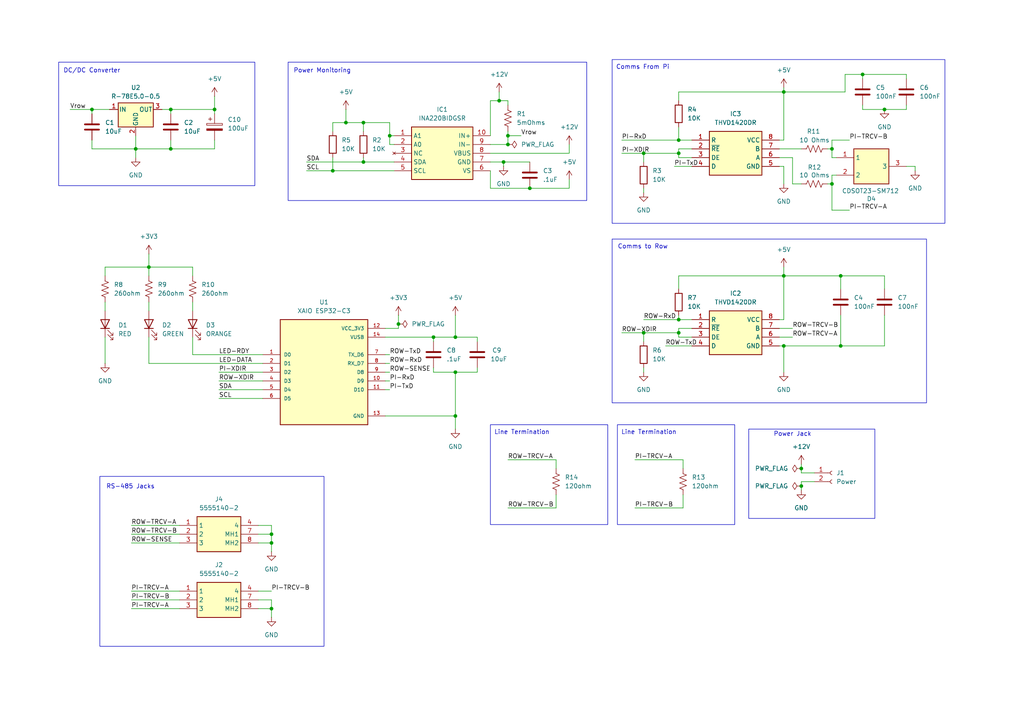
<source format=kicad_sch>
(kicad_sch (version 20250114) (generator "eeschema") (generator_version "9.0")
  (paper "A4")
  (lib_symbols
    (symbol "5555140-2:5555140-2"
      (property "Reference" "J" (at 19.05 7.62 0))
      (property "Value" "5555140-2" (at 19.05 5.08 0))
      (symbol "5555140-2_1_1"
        (rectangle (start 5.08 2.54) (end 17.78 -7.62) (stroke (width 0.254)) (fill (type background)))
        (pin passive line (at 0 0 0) (length 5.08) (name "1") (number "1"))
        (pin passive line (at 0 -2.54 0) (length 5.08) (name "2") (number "2"))
        (pin passive line (at 0 -5.08 0) (length 5.08) (name "3") (number "3"))
        (pin passive line (at 22.86 0 180) (length 5.08) (name "4") (number "4"))
        (pin passive line (at 22.86 -2.54 180) (length 5.08) (name "MH1") (number "7"))
        (pin passive line (at 22.86 -5.08 180) (length 5.08) (name "MH2") (number "8"))
      )
    )
    (symbol "Connector:Conn_01x02_Socket" (pin_names (offset 1.016) (hide yes))
      (property "Reference" "J" (at 0 2.54 0))
      (property "Value" "Conn_01x02_Socket" (at 0 -5.08 0))
      (symbol "Conn_01x02_Socket_1_1"
        (polyline (pts (xy -1.27 0) (xy -0.508 0)) (stroke (width 0.1524)))
        (polyline (pts (xy -1.27 -2.54) (xy -0.508 -2.54)) (stroke (width 0.1524)))
        (arc (start 0 -0.508) (mid -0.5058 0) (end 0 0.508) (stroke (width 0.1524)))
        (arc (start 0 -3.048) (mid -0.5058 -2.54) (end 0 -2.032) (stroke (width 0.1524)))
        (pin passive line (at -5.08 0 0) (length 3.81) (name "Pin_1") (number "1"))
        (pin passive line (at -5.08 -2.54 0) (length 3.81) (name "Pin_2") (number "2"))
      )
    )
    (symbol "Device:C" (pin_numbers (hide yes)) (pin_names (offset 0.254))
      (property "Reference" "C" (at 0.635 2.54 0))
      (property "Value" "C" (at 0.635 -2.54 0))
      (symbol "C_0_1"
        (polyline (pts (xy -2.032 0.762) (xy 2.032 0.762)) (stroke (width 0.508)))
        (polyline (pts (xy -2.032 -0.762) (xy 2.032 -0.762)) (stroke (width 0.508)))
      )
      (symbol "C_1_1"
        (pin passive line (at 0 3.81 270) (length 2.794) (name "~") (number "1"))
        (pin passive line (at 0 -3.81 90) (length 2.794) (name "~") (number "2"))
      )
    )
    (symbol "Device:C_Polarized" (pin_numbers (hide yes)) (pin_names (offset 0.254))
      (property "Reference" "C" (at 0.635 2.54 0))
      (property "Value" "C_Polarized" (at 0.635 -2.54 0))
      (symbol "C_Polarized_0_1"
        (rectangle (start -2.286 0.508) (end 2.286 1.016))
        (polyline (pts (xy -1.778 2.286) (xy -0.762 2.286)))
        (polyline (pts (xy -1.27 2.794) (xy -1.27 1.778)))
        (rectangle (start 2.286 -0.508) (end -2.286 -1.016) (fill (type outline)))
      )
      (symbol "C_Polarized_1_1"
        (pin passive line (at 0 3.81 270) (length 2.794) (name "~") (number "1"))
        (pin passive line (at 0 -3.81 90) (length 2.794) (name "~") (number "2"))
      )
    )
    (symbol "Device:LED" (pin_numbers (hide yes)) (pin_names (offset 1.016) (hide yes))
      (property "Reference" "D" (at 0 2.54 0))
      (property "Value" "LED" (at 0 -2.54 0))
      (symbol "LED_0_1"
        (polyline (pts (xy -3.048 -0.762) (xy -4.572 -2.286) (xy -3.81 -2.286) (xy -4.572 -2.286) (xy -4.572 -1.524)))
        (polyline (pts (xy -1.778 -0.762) (xy -3.302 -2.286) (xy -2.54 -2.286) (xy -3.302 -2.286) (xy -3.302 -1.524)))
        (polyline (pts (xy -1.27 0) (xy 1.27 0)))
        (polyline (pts (xy -1.27 -1.27) (xy -1.27 1.27)) (stroke (width 0.254)))
        (polyline (pts (xy 1.27 -1.27) (xy 1.27 1.27) (xy -1.27 0) (xy 1.27 -1.27)) (stroke (width 0.254)))
      )
      (symbol "LED_1_1"
        (pin passive line (at -3.81 0 0) (length 2.54) (name "K") (number "1"))
        (pin passive line (at 3.81 0 180) (length 2.54) (name "A") (number "2"))
      )
    )
    (symbol "Device:R" (pin_numbers (hide yes)) (pin_names (offset 0))
      (property "Reference" "R" (at 2.032 0 90))
      (property "Value" "R" (at 0 0 90))
      (symbol "R_0_1"
        (rectangle (start -1.016 -2.54) (end 1.016 2.54) (stroke (width 0.254)))
      )
      (symbol "R_1_1"
        (pin passive line (at 0 3.81 270) (length 1.27) (name "~") (number "1"))
        (pin passive line (at 0 -3.81 90) (length 1.27) (name "~") (number "2"))
      )
    )
    (symbol "Device:R_US" (pin_numbers (hide yes)) (pin_names (offset 0))
      (property "Reference" "R" (at 2.54 0 90))
      (property "Value" "R_US" (at -2.54 0 90))
      (symbol "R_US_0_1"
        (polyline (pts (xy 0 2.286) (xy 0 2.54)))
        (polyline (pts (xy 0 2.286) (xy 1.016 1.905) (xy 0 1.524) (xy -1.016 1.143) (xy 0 0.762)))
        (polyline (pts (xy 0 0.762) (xy 1.016 0.381) (xy 0 0) (xy -1.016 -0.381) (xy 0 -0.762)))
        (polyline (pts (xy 0 -0.762) (xy 1.016 -1.143) (xy 0 -1.524) (xy -1.016 -1.905) (xy 0 -2.286)))
        (polyline (pts (xy 0 -2.286) (xy 0 -2.54)))
      )
      (symbol "R_US_1_1"
        (pin passive line (at 0 3.81 270) (length 1.27) (name "~") (number "1"))
        (pin passive line (at 0 -3.81 90) (length 1.27) (name "~") (number "2"))
      )
    )
    (symbol "Garth Libraries:CDSOT23-SM712"
      (property "Reference" "D" (at 16.51 7.62 0))
      (property "Value" "CDSOT23-SM712" (at 16.51 5.08 0))
      (symbol "CDSOT23-SM712_1_1"
        (rectangle (start 5.08 2.54) (end 15.24 -7.62) (stroke (width 0.254)) (fill (type background)))
        (pin passive line (at 0 0 0) (length 5.08) (name "1") (number "1"))
        (pin passive line (at 0 -5.08 0) (length 5.08) (name "2") (number "2"))
        (pin passive line (at 20.32 -2.54 180) (length 5.08) (name "3") (number "3"))
      )
    )
    (symbol "Garth Libraries:ESP32-C3" (pin_names (offset 1.016))
      (property "Reference" "U" (at -12.7 16.002 0))
      (property "Value" "XAIO ESP32-C3" (at -12.7 -17.78 0))
      (symbol "ESP32-C3_0_0"
        (rectangle (start -12.7 -15.24) (end 12.7 15.24) (stroke (width 0.254)) (fill (type background)))
        (pin bidirectional line (at -17.78 5.08 0) (length 5.08) (name "D0") (number "1"))
        (pin bidirectional line (at -17.78 2.54 0) (length 5.08) (name "D1") (number "2"))
        (pin bidirectional line (at -17.78 0 0) (length 5.08) (name "D2") (number "3"))
        (pin bidirectional line (at -17.78 -2.54 0) (length 5.08) (name "D3") (number "4"))
        (pin bidirectional line (at -17.78 -5.08 0) (length 5.08) (name "D4") (number "5"))
        (pin bidirectional line (at -17.78 -7.62 0) (length 5.08) (name "D5") (number "6"))
        (pin power_in line (at 17.78 12.7 180) (length 5.08) (name "VCC_3V3") (number "12"))
        (pin power_in line (at 17.78 10.16 180) (length 5.08) (name "VUSB") (number "14"))
        (pin bidirectional line (at 17.78 5.08 180) (length 5.08) (name "TX_D6") (number "7"))
        (pin bidirectional line (at 17.78 2.54 180) (length 5.08) (name "RX_D7") (number "8"))
        (pin bidirectional line (at 17.78 0 180) (length 5.08) (name "D8") (number "9"))
        (pin bidirectional line (at 17.78 -2.54 180) (length 5.08) (name "D9") (number "10"))
        (pin bidirectional line (at 17.78 -5.08 180) (length 5.08) (name "D10") (number "11"))
        (pin power_in line (at 17.78 -12.7 180) (length 5.08) (name "GND") (number "13"))
      )
    )
    (symbol "INA220BIDGSR:INA220BIDGSR"
      (property "Reference" "IC" (at 24.13 7.62 0))
      (property "Value" "INA220BIDGSR" (at 24.13 5.08 0))
      (symbol "INA220BIDGSR_1_1"
        (rectangle (start 5.08 2.54) (end 22.86 -12.7) (stroke (width 0.254)) (fill (type background)))
        (pin passive line (at 0 0 0) (length 5.08) (name "A1") (number "1"))
        (pin passive line (at 0 -2.54 0) (length 5.08) (name "A0") (number "2"))
        (pin no_connect line (at 0 -5.08 0) (length 5.08) (name "NC") (number "3"))
        (pin passive line (at 0 -7.62 0) (length 5.08) (name "SDA") (number "4"))
        (pin passive line (at 0 -10.16 0) (length 5.08) (name "SCL") (number "5"))
        (pin passive line (at 27.94 0 180) (length 5.08) (name "IN+") (number "10"))
        (pin passive line (at 27.94 -2.54 180) (length 5.08) (name "IN-") (number "9"))
        (pin passive line (at 27.94 -5.08 180) (length 5.08) (name "VBUS") (number "8"))
        (pin passive line (at 27.94 -7.62 180) (length 5.08) (name "GND") (number "7"))
        (pin passive line (at 27.94 -10.16 180) (length 5.08) (name "VS") (number "6"))
      )
    )
    (symbol "Regulator_Switching:R-78E5.0-0.5" (pin_names (offset 0.254))
      (property "Reference" "U" (at -3.81 3.175 0))
      (property "Value" "R-78E5.0-0.5" (at 0 3.175 0))
      (symbol "R-78E5.0-0.5_0_1"
        (rectangle (start -5.08 1.905) (end 5.08 -5.08) (stroke (width 0.254)) (fill (type background)))
      )
      (symbol "R-78E5.0-0.5_1_1"
        (pin power_in line (at -7.62 0 0) (length 2.54) (name "IN") (number "1"))
        (pin power_in line (at 0 -7.62 90) (length 2.54) (name "GND") (number "2"))
        (pin power_out line (at 7.62 0 180) (length 2.54) (name "OUT") (number "3"))
      )
    )
    (symbol "THVD1420DR:THVD1420DR"
      (property "Reference" "IC" (at 21.59 7.62 0))
      (property "Value" "THVD1420DR" (at 21.59 5.08 0))
      (symbol "THVD1420DR_1_1"
        (rectangle (start 5.08 2.54) (end 20.32 -10.16) (stroke (width 0.254)) (fill (type background)))
        (pin passive line (at 0 0 0) (length 5.08) (name "R") (number "1"))
        (pin passive line (at 0 -2.54 0) (length 5.08) (name "~{RE}") (number "2"))
        (pin passive line (at 0 -5.08 0) (length 5.08) (name "DE") (number "3"))
        (pin passive line (at 0 -7.62 0) (length 5.08) (name "D") (number "4"))
        (pin passive line (at 25.4 0 180) (length 5.08) (name "VCC") (number "8"))
        (pin passive line (at 25.4 -2.54 180) (length 5.08) (name "B") (number "7"))
        (pin passive line (at 25.4 -5.08 180) (length 5.08) (name "A") (number "6"))
        (pin passive line (at 25.4 -7.62 180) (length 5.08) (name "GND") (number "5"))
      )
    )
    (symbol "power:+12V" (power) (pin_numbers (hide yes)) (pin_names (offset 0) (hide yes))
      (property "Value" "+12V" (at 0 3.556 0))
      (symbol "+12V_0_1"
        (polyline (pts (xy -0.762 1.27) (xy 0 2.54)))
        (polyline (pts (xy 0 2.54) (xy 0.762 1.27)))
        (polyline (pts (xy 0 0) (xy 0 2.54)))
      )
      (symbol "+12V_1_1"
        (pin power_in line (at 0 0 90) (length 0) (name "~") (number "1"))
      )
    )
    (symbol "power:+3V3" (power) (pin_numbers (hide yes)) (pin_names (offset 0) (hide yes))
      (property "Value" "+3V3" (at 0 3.556 0))
      (symbol "+3V3_0_1"
        (polyline (pts (xy -0.762 1.27) (xy 0 2.54)))
        (polyline (pts (xy 0 2.54) (xy 0.762 1.27)))
        (polyline (pts (xy 0 0) (xy 0 2.54)))
      )
      (symbol "+3V3_1_1"
        (pin power_in line (at 0 0 90) (length 0) (name "~") (number "1"))
      )
    )
    (symbol "power:+5V" (power) (pin_numbers (hide yes)) (pin_names (offset 0) (hide yes))
      (property "Value" "+5V" (at 0 3.556 0))
      (symbol "+5V_0_1"
        (polyline (pts (xy -0.762 1.27) (xy 0 2.54)))
        (polyline (pts (xy 0 2.54) (xy 0.762 1.27)))
        (polyline (pts (xy 0 0) (xy 0 2.54)))
      )
      (symbol "+5V_1_1"
        (pin power_in line (at 0 0 90) (length 0) (name "~") (number "1"))
      )
    )
    (symbol "power:GND" (power) (pin_numbers (hide yes)) (pin_names (offset 0) (hide yes))
      (property "Value" "GND" (at 0 -3.81 0))
      (symbol "GND_0_1"
        (polyline (pts (xy 0 0) (xy 0 -1.27) (xy 1.27 -1.27) (xy 0 -2.54) (xy -1.27 -1.27) (xy 0 -1.27)))
      )
      (symbol "GND_1_1"
        (pin power_in line (at 0 0 270) (length 0) (name "~") (number "1"))
      )
    )
    (symbol "power:PWR_FLAG" (power) (pin_numbers (hide yes)) (pin_names (offset 0) (hide yes))
      (property "Value" "PWR_FLAG" (at 0 3.81 0))
      (symbol "PWR_FLAG_0_0"
        (pin power_out line (at 0 0 90) (length 0) (name "~") (number "1"))
      )
      (symbol "PWR_FLAG_0_1"
        (polyline (pts (xy 0 0) (xy 0 1.27) (xy -1.016 1.905) (xy 0 2.54) (xy 1.016 1.905) (xy 0 1.27)))
      )
    )
  )
  (rectangle (start 217.17 124.46) (end 253.746 150.368))
  (rectangle (start 142.24 123.19) (end 176.276 152.146))
  (rectangle (start 83.566 18.034) (end 170.18 58.166))
  (rectangle (start 177.546 69.342) (end 268.732 116.84))
  (rectangle (start 28.956 138.176) (end 93.98 187.452))
  (rectangle (start 17.018 18.034) (end 73.914 53.848))
  (rectangle (start 179.07 123.19) (end 213.106 152.146))
  (rectangle (start 177.546 17.272) (end 274.066 64.77))
  (text "Power Monitoring" (at 93.472 20.574 0) (effects (font (size 1.27 1.27))))
  (text "Line Termination" (at 151.384 125.476 0) (effects (font (size 1.27 1.27))))
  (text "Power Jack" (at 229.87 125.984 0) (effects (font (size 1.27 1.27))))
  (text "Comms to Row" (at 186.436 71.628 0) (effects (font (size 1.27 1.27))))
  (text "Comms From Pi" (at 186.436 19.558 0) (effects (font (size 1.27 1.27))))
  (text "DC/DC Converter" (at 26.67 20.574 0) (effects (font (size 1.27 1.27))))
  (text "RS-485 Jacks" (at 37.846 141.224 0) (effects (font (size 1.27 1.27))))
  (text "Line Termination" (at 188.214 125.476 0) (effects (font (size 1.27 1.27))))
  (junction (at 196.85 92.71))
  (junction (at 241.3 53.34))
  (junction (at 105.41 35.56))
  (junction (at 227.33 100.33))
  (junction (at 144.78 29.21))
  (junction (at 115.57 93.98))
  (junction (at 43.18 77.47))
  (junction (at 232.41 135.89))
  (junction (at 196.85 44.45))
  (junction (at 78.74 157.48))
  (junction (at 62.23 31.75))
  (junction (at 153.67 54.61))
  (junction (at 49.53 31.75))
  (junction (at 227.33 80.01))
  (junction (at 196.85 40.64))
  (junction (at 147.32 39.37))
  (junction (at 96.52 49.53))
  (junction (at 132.08 97.79))
  (junction (at 250.19 21.59))
  (junction (at 100.33 35.56))
  (junction (at 243.84 100.33))
  (junction (at 241.3 43.18))
  (junction (at 147.32 41.91))
  (junction (at 39.37 43.18))
  (junction (at 232.41 140.97))
  (junction (at 78.74 176.53))
  (junction (at 125.73 97.79))
  (junction (at 132.08 120.65))
  (junction (at 186.69 96.52))
  (junction (at 49.53 43.18))
  (junction (at 227.33 26.67))
  (junction (at 78.74 154.94))
  (junction (at 243.84 80.01))
  (junction (at 113.03 39.37))
  (junction (at 256.54 31.75))
  (junction (at 105.41 46.99))
  (junction (at 186.69 44.45))
  (junction (at 132.08 107.95))
  (junction (at 146.05 46.99))
  (junction (at 196.85 96.52))
  (junction (at 26.67 31.75))
  (wire (pts (xy 196.85 80.01) (xy 227.33 80.01)))
  (wire (pts (xy 74.93 176.53) (xy 78.74 176.53)))
  (wire (pts (xy 114.3 41.91) (xy 113.03 41.91)))
  (wire (pts (xy 63.5 107.95) (xy 76.2 107.95)))
  (wire (pts (xy 62.23 43.18) (xy 49.53 43.18)))
  (wire (pts (xy 180.34 44.45) (xy 186.69 44.45)))
  (wire (pts (xy 74.93 173.99) (xy 78.74 173.99)))
  (wire (pts (xy 147.32 39.37) (xy 147.32 38.1)))
  (wire (pts (xy 227.33 48.26) (xy 226.06 48.26)))
  (wire (pts (xy 113.03 35.56) (xy 105.41 35.56)))
  (wire (pts (xy 96.52 38.1) (xy 96.52 35.56)))
  (wire (pts (xy 229.87 53.34) (xy 232.41 53.34)))
  (wire (pts (xy 125.73 107.95) (xy 132.08 107.95)))
  (wire (pts (xy 193.04 100.33) (xy 200.66 100.33)))
  (wire (pts (xy 184.15 133.35) (xy 198.12 133.35)))
  (wire (pts (xy 226.06 45.72) (xy 229.87 45.72)))
  (wire (pts (xy 142.24 29.21) (xy 144.78 29.21)))
  (wire (pts (xy 232.41 139.7) (xy 232.41 140.97)))
  (wire (pts (xy 147.32 29.21) (xy 147.32 30.48)))
  (wire (pts (xy 113.03 41.91) (xy 113.03 39.37)))
  (wire (pts (xy 250.19 30.48) (xy 250.19 31.75)))
  (wire (pts (xy 165.1 41.91) (xy 165.1 44.45)))
  (wire (pts (xy 111.76 107.95) (xy 113.03 107.95)))
  (wire (pts (xy 55.88 77.47) (xy 55.88 80.01)))
  (wire (pts (xy 227.33 26.67) (xy 245.11 26.67)))
  (wire (pts (xy 144.78 29.21) (xy 147.32 29.21)))
  (wire (pts (xy 38.1 157.48) (xy 52.07 157.48)))
  (wire (pts (xy 138.43 107.95) (xy 138.43 106.68)))
  (wire (pts (xy 262.89 48.26) (xy 265.43 48.26)))
  (wire (pts (xy 227.33 77.47) (xy 227.33 80.01)))
  (wire (pts (xy 186.69 44.45) (xy 196.85 44.45)))
  (wire (pts (xy 256.54 80.01) (xy 243.84 80.01)))
  (wire (pts (xy 132.08 107.95) (xy 132.08 120.65)))
  (wire (pts (xy 186.69 96.52) (xy 186.69 99.06)))
  (wire (pts (xy 111.76 110.49) (xy 113.03 110.49)))
  (wire (pts (xy 236.22 139.7) (xy 232.41 139.7)))
  (wire (pts (xy 111.76 97.79) (xy 125.73 97.79)))
  (wire (pts (xy 115.57 95.25) (xy 115.57 93.98)))
  (wire (pts (xy 142.24 49.53) (xy 142.24 54.61)))
  (wire (pts (xy 262.89 22.86) (xy 262.89 21.59)))
  (wire (pts (xy 227.33 80.01) (xy 243.84 80.01)))
  (wire (pts (xy 74.93 152.4) (xy 78.74 152.4)))
  (wire (pts (xy 236.22 137.16) (xy 232.41 137.16)))
  (wire (pts (xy 74.93 154.94) (xy 78.74 154.94)))
  (wire (pts (xy 146.05 46.99) (xy 153.67 46.99)))
  (wire (pts (xy 186.69 106.68) (xy 186.69 107.95)))
  (wire (pts (xy 55.88 97.79) (xy 55.88 102.87)))
  (wire (pts (xy 43.18 87.63) (xy 43.18 90.17)))
  (wire (pts (xy 147.32 41.91) (xy 147.32 39.37)))
  (wire (pts (xy 49.53 31.75) (xy 62.23 31.75)))
  (wire (pts (xy 125.73 97.79) (xy 132.08 97.79)))
  (wire (pts (xy 31.75 31.75) (xy 26.67 31.75)))
  (wire (pts (xy 250.19 21.59) (xy 250.19 22.86)))
  (wire (pts (xy 26.67 31.75) (xy 26.67 33.02)))
  (wire (pts (xy 111.76 95.25) (xy 115.57 95.25)))
  (wire (pts (xy 241.3 53.34) (xy 241.3 60.96)))
  (wire (pts (xy 63.5 110.49) (xy 76.2 110.49)))
  (wire (pts (xy 256.54 91.44) (xy 256.54 100.33)))
  (wire (pts (xy 142.24 44.45) (xy 165.1 44.45)))
  (wire (pts (xy 195.58 48.26) (xy 200.66 48.26)))
  (wire (pts (xy 132.08 91.44) (xy 132.08 97.79)))
  (wire (pts (xy 39.37 39.37) (xy 39.37 43.18)))
  (wire (pts (xy 227.33 100.33) (xy 226.06 100.33)))
  (wire (pts (xy 30.48 87.63) (xy 30.48 90.17)))
  (wire (pts (xy 43.18 105.41) (xy 76.2 105.41)))
  (wire (pts (xy 63.5 115.57) (xy 76.2 115.57)))
  (wire (pts (xy 96.52 45.72) (xy 96.52 49.53)))
  (wire (pts (xy 74.93 171.45) (xy 78.74 171.45)))
  (wire (pts (xy 184.15 147.32) (xy 198.12 147.32)))
  (wire (pts (xy 241.3 43.18) (xy 241.3 45.72)))
  (wire (pts (xy 105.41 35.56) (xy 105.41 38.1)))
  (wire (pts (xy 256.54 83.82) (xy 256.54 80.01)))
  (wire (pts (xy 88.9 49.53) (xy 96.52 49.53)))
  (wire (pts (xy 198.12 143.51) (xy 198.12 147.32)))
  (wire (pts (xy 26.67 40.64) (xy 26.67 43.18)))
  (wire (pts (xy 74.93 157.48) (xy 78.74 157.48)))
  (wire (pts (xy 232.41 135.89) (xy 232.41 137.16)))
  (wire (pts (xy 186.69 44.45) (xy 186.69 46.99)))
  (wire (pts (xy 196.85 83.82) (xy 196.85 80.01)))
  (wire (pts (xy 113.03 39.37) (xy 113.03 35.56)))
  (wire (pts (xy 100.33 31.75) (xy 100.33 35.56)))
  (wire (pts (xy 78.74 176.53) (xy 78.74 179.07)))
  (wire (pts (xy 227.33 40.64) (xy 226.06 40.64)))
  (wire (pts (xy 227.33 100.33) (xy 227.33 107.95)))
  (wire (pts (xy 196.85 36.83) (xy 196.85 40.64)))
  (wire (pts (xy 38.1 173.99) (xy 52.07 173.99)))
  (wire (pts (xy 227.33 26.67) (xy 227.33 40.64)))
  (wire (pts (xy 226.06 95.25) (xy 229.87 95.25)))
  (wire (pts (xy 115.57 93.98) (xy 115.57 91.44)))
  (wire (pts (xy 200.66 43.18) (xy 196.85 43.18)))
  (wire (pts (xy 241.3 45.72) (xy 242.57 45.72)))
  (wire (pts (xy 78.74 154.94) (xy 78.74 157.48)))
  (wire (pts (xy 147.32 133.35) (xy 161.29 133.35)))
  (wire (pts (xy 186.69 54.61) (xy 186.69 55.88)))
  (wire (pts (xy 111.76 113.03) (xy 113.03 113.03)))
  (wire (pts (xy 241.3 53.34) (xy 241.3 50.8)))
  (wire (pts (xy 62.23 33.02) (xy 62.23 31.75)))
  (wire (pts (xy 142.24 46.99) (xy 146.05 46.99)))
  (wire (pts (xy 256.54 100.33) (xy 243.84 100.33)))
  (wire (pts (xy 226.06 97.79) (xy 229.87 97.79)))
  (wire (pts (xy 232.41 134.62) (xy 232.41 135.89)))
  (wire (pts (xy 78.74 173.99) (xy 78.74 176.53)))
  (wire (pts (xy 132.08 107.95) (xy 138.43 107.95)))
  (wire (pts (xy 196.85 91.44) (xy 196.85 92.71)))
  (wire (pts (xy 96.52 35.56) (xy 100.33 35.56)))
  (wire (pts (xy 229.87 45.72) (xy 229.87 53.34)))
  (wire (pts (xy 227.33 48.26) (xy 227.33 53.34)))
  (wire (pts (xy 30.48 97.79) (xy 30.48 105.41)))
  (wire (pts (xy 196.85 43.18) (xy 196.85 44.45)))
  (wire (pts (xy 49.53 31.75) (xy 49.53 33.02)))
  (wire (pts (xy 55.88 102.87) (xy 76.2 102.87)))
  (wire (pts (xy 241.3 40.64) (xy 246.38 40.64)))
  (wire (pts (xy 105.41 45.72) (xy 105.41 46.99)))
  (wire (pts (xy 62.23 27.94) (xy 62.23 31.75)))
  (wire (pts (xy 232.41 140.97) (xy 232.41 142.24)))
  (wire (pts (xy 196.85 44.45) (xy 196.85 45.72)))
  (wire (pts (xy 144.78 26.67) (xy 144.78 29.21)))
  (wire (pts (xy 226.06 43.18) (xy 232.41 43.18)))
  (wire (pts (xy 138.43 97.79) (xy 138.43 99.06)))
  (wire (pts (xy 125.73 97.79) (xy 125.73 99.06)))
  (wire (pts (xy 146.05 46.99) (xy 146.05 48.26)))
  (wire (pts (xy 46.99 31.75) (xy 49.53 31.75)))
  (wire (pts (xy 147.32 39.37) (xy 151.13 39.37)))
  (wire (pts (xy 132.08 120.65) (xy 132.08 124.46)))
  (wire (pts (xy 196.85 97.79) (xy 200.66 97.79)))
  (wire (pts (xy 142.24 54.61) (xy 153.67 54.61)))
  (wire (pts (xy 142.24 41.91) (xy 147.32 41.91)))
  (wire (pts (xy 43.18 73.66) (xy 43.18 77.47)))
  (wire (pts (xy 105.41 46.99) (xy 114.3 46.99)))
  (wire (pts (xy 245.11 21.59) (xy 245.11 26.67)))
  (wire (pts (xy 78.74 157.48) (xy 78.74 160.02)))
  (wire (pts (xy 132.08 97.79) (xy 138.43 97.79)))
  (wire (pts (xy 200.66 95.25) (xy 196.85 95.25)))
  (wire (pts (xy 180.34 96.52) (xy 186.69 96.52)))
  (wire (pts (xy 186.69 96.52) (xy 196.85 96.52)))
  (wire (pts (xy 241.3 43.18) (xy 241.3 40.64)))
  (wire (pts (xy 243.84 100.33) (xy 227.33 100.33)))
  (wire (pts (xy 38.1 152.4) (xy 52.07 152.4)))
  (wire (pts (xy 196.85 92.71) (xy 200.66 92.71)))
  (wire (pts (xy 142.24 39.37) (xy 142.24 29.21)))
  (wire (pts (xy 196.85 29.21) (xy 196.85 26.67)))
  (wire (pts (xy 30.48 80.01) (xy 30.48 77.47)))
  (wire (pts (xy 250.19 21.59) (xy 262.89 21.59)))
  (wire (pts (xy 63.5 113.03) (xy 76.2 113.03)))
  (wire (pts (xy 180.34 40.64) (xy 196.85 40.64)))
  (wire (pts (xy 43.18 77.47) (xy 55.88 77.47)))
  (wire (pts (xy 38.1 154.94) (xy 52.07 154.94)))
  (wire (pts (xy 227.33 80.01) (xy 227.33 92.71)))
  (wire (pts (xy 20.32 31.75) (xy 26.67 31.75)))
  (wire (pts (xy 240.03 53.34) (xy 241.3 53.34)))
  (wire (pts (xy 100.33 35.56) (xy 105.41 35.56)))
  (wire (pts (xy 245.11 21.59) (xy 250.19 21.59)))
  (wire (pts (xy 88.9 46.99) (xy 105.41 46.99)))
  (wire (pts (xy 161.29 143.51) (xy 161.29 147.32)))
  (wire (pts (xy 262.89 31.75) (xy 256.54 31.75)))
  (wire (pts (xy 78.74 152.4) (xy 78.74 154.94)))
  (wire (pts (xy 30.48 77.47) (xy 43.18 77.47)))
  (wire (pts (xy 240.03 43.18) (xy 241.3 43.18)))
  (wire (pts (xy 62.23 40.64) (xy 62.23 43.18)))
  (wire (pts (xy 161.29 135.89) (xy 161.29 133.35)))
  (wire (pts (xy 55.88 87.63) (xy 55.88 90.17)))
  (wire (pts (xy 113.03 39.37) (xy 114.3 39.37)))
  (wire (pts (xy 49.53 40.64) (xy 49.53 43.18)))
  (wire (pts (xy 186.69 92.71) (xy 196.85 92.71)))
  (wire (pts (xy 125.73 106.68) (xy 125.73 107.95)))
  (wire (pts (xy 227.33 92.71) (xy 226.06 92.71)))
  (wire (pts (xy 39.37 43.18) (xy 39.37 45.72)))
  (wire (pts (xy 111.76 120.65) (xy 132.08 120.65)))
  (wire (pts (xy 241.3 50.8) (xy 242.57 50.8)))
  (wire (pts (xy 198.12 135.89) (xy 198.12 133.35)))
  (wire (pts (xy 26.67 43.18) (xy 39.37 43.18)))
  (wire (pts (xy 196.85 26.67) (xy 227.33 26.67)))
  (wire (pts (xy 147.32 147.32) (xy 161.29 147.32)))
  (wire (pts (xy 43.18 97.79) (xy 43.18 105.41)))
  (wire (pts (xy 39.37 43.18) (xy 49.53 43.18)))
  (wire (pts (xy 241.3 60.96) (xy 246.38 60.96)))
  (wire (pts (xy 262.89 30.48) (xy 262.89 31.75)))
  (wire (pts (xy 38.1 176.53) (xy 52.07 176.53)))
  (wire (pts (xy 243.84 91.44) (xy 243.84 100.33)))
  (wire (pts (xy 196.85 45.72) (xy 200.66 45.72)))
  (wire (pts (xy 111.76 102.87) (xy 113.03 102.87)))
  (wire (pts (xy 165.1 54.61) (xy 153.67 54.61)))
  (wire (pts (xy 96.52 49.53) (xy 114.3 49.53)))
  (wire (pts (xy 265.43 48.26) (xy 265.43 49.53)))
  (wire (pts (xy 38.1 171.45) (xy 52.07 171.45)))
  (wire (pts (xy 196.85 96.52) (xy 196.85 97.79)))
  (wire (pts (xy 165.1 52.07) (xy 165.1 54.61)))
  (wire (pts (xy 243.84 80.01) (xy 243.84 83.82)))
  (wire (pts (xy 43.18 80.01) (xy 43.18 77.47)))
  (wire (pts (xy 256.54 31.75) (xy 250.19 31.75)))
  (wire (pts (xy 227.33 25.4) (xy 227.33 26.67)))
  (wire (pts (xy 196.85 95.25) (xy 196.85 96.52)))
  (wire (pts (xy 111.76 105.41) (xy 113.03 105.41)))
  (wire (pts (xy 196.85 40.64) (xy 200.66 40.64)))
  (label "PI-TRCV-B" (at 78.74 171.45 0))
  (label "PI-RxD" (at 113.03 110.49 0))
  (label "ROW-RxD" (at 113.03 105.41 0))
  (label "ROW-TRCV-A" (at 229.87 97.79 0))
  (label "ROW-TRCV-B" (at 147.32 147.32 0))
  (label "SDA" (at 88.9 46.99 0))
  (label "ROW-TRCV-B" (at 229.87 95.25 0))
  (label "PI-TRCV-B" (at 246.38 40.64 0))
  (label "ROW-RxD" (at 186.69 92.71 0))
  (label "PI-TxD" (at 195.58 48.26 0))
  (label "PI-XDIR" (at 63.5 107.95 0))
  (label "SCL" (at 63.5 115.57 0))
  (label "Vrow" (at 20.32 31.75 0))
  (label "ROW-TxD" (at 193.04 100.33 0))
  (label "LED-RDY" (at 63.5 102.87 0))
  (label "PI-TRCV-B" (at 38.1 173.99 0))
  (label "SCL" (at 88.9 49.53 0))
  (label "PI-TRCV-A" (at 246.38 60.96 0))
  (label "ROW-TRCV-A" (at 147.32 133.35 0))
  (label "PI-TxD" (at 113.03 113.03 0))
  (label "PI-TRCV-B" (at 184.15 147.32 0))
  (label "PI-TRCV-A" (at 38.1 176.53 0))
  (label "PI-TRCV-A" (at 184.15 133.35 0))
  (label "PI-RxD" (at 180.34 40.64 0))
  (label "ROW-SENSE" (at 113.03 107.95 0))
  (label "PI-XDIR" (at 180.34 44.45 0))
  (label "Vrow" (at 151.13 39.37 0))
  (label "ROW-TxD" (at 113.03 102.87 0))
  (label "PI-TRCV-A" (at 38.1 171.45 0))
  (label "ROW-XDIR" (at 180.34 96.52 0))
  (label "LED-DATA" (at 63.5 105.41 0))
  (label "ROW-SENSE" (at 38.1 157.48 0))
  (label "ROW-TRCV-A" (at 38.1 152.4 0))
  (label "ROW-XDIR" (at 63.5 110.49 0))
  (label "SDA" (at 63.5 113.03 0))
  (label "ROW-TRCV-B" (at 38.1 154.94 0))
  (symbol (lib_id "Device:R_US") (at 147.32 34.29 0) (unit 1)
    (property "Reference" "R1" (at 149.86 33.0199 0) (effects (justify left)))
    (property "Value" "5mOhms" (at 149.86 35.5599 0) (effects (justify left)))
    (property "Footprint" "Resistor_SMD:R_2010_5025Metric_Pad1.40x2.65mm_HandSolder" (effects (hide yes)))
    (property "Description" "Resistor, US symbol" (effects (hide yes)))
  )
  (symbol (lib_id "power:GND") (at 30.48 105.41 0) (unit 1)
    (property "Reference" "#PWR018" (effects (hide yes)))
    (property "Value" "GND" (at 30.48 110.49 0))
    (property "Description" "Power symbol creates a global label with name \"GND\" , ground" (effects (hide yes)))
  )
  (symbol (lib_id "power:GND") (at 78.74 160.02 0) (unit 1)
    (property "Reference" "#PWR025" (effects (hide yes)))
    (property "Value" "GND" (at 78.74 165.1 0))
    (property "Description" "Power symbol creates a global label with name \"GND\" , ground" (effects (hide yes)))
  )
  (symbol (lib_id "power:+3V3") (at 115.57 91.44 0) (unit 1)
    (property "Reference" "#PWR016" (effects (hide yes)))
    (property "Value" "+3V3" (at 115.57 86.36 0))
    (property "Description" "Power symbol creates a global label with name \"+3V3\"" (effects (hide yes)))
  )
  (symbol (lib_id "Device:C") (at 243.84 87.63 0) (unit 1)
    (property "Reference" "C4" (at 247.65 86.3599 0) (effects (justify left)))
    (property "Value" "100nF" (at 247.65 88.8999 0) (effects (justify left)))
    (property "Footprint" "Capacitor_SMD:C_0805_2012Metric_Pad1.18x1.45mm_HandSolder" (effects (hide yes)))
    (property "Description" "Unpolarized capacitor" (effects (hide yes)))
  )
  (symbol (lib_id "Device:R_US") (at 43.18 83.82 0) (unit 1)
    (property "Reference" "R9" (at 45.72 82.5499 0) (effects (justify left)))
    (property "Value" "260ohm" (at 45.72 85.0899 0) (effects (justify left)))
    (property "Footprint" "Resistor_SMD:R_0805_2012Metric_Pad1.20x1.40mm_HandSolder" (effects (hide yes)))
    (property "Description" "Resistor, US symbol" (effects (hide yes)))
  )
  (symbol (lib_id "Device:R") (at 186.69 50.8 0) (unit 1)
    (property "Reference" "R3" (at 189.23 49.5299 0) (effects (justify left)))
    (property "Value" "10K" (at 189.23 52.0699 0) (effects (justify left)))
    (property "Footprint" "Resistor_SMD:R_0805_2012Metric_Pad1.20x1.40mm_HandSolder" (effects (hide yes)))
    (property "Description" "Resistor" (effects (hide yes)))
  )
  (symbol (lib_id "power:GND") (at 256.54 31.75 0) (unit 1)
    (property "Reference" "#PWR019" (effects (hide yes)))
    (property "Value" "GND" (at 256.54 36.83 0))
    (property "Description" "Power symbol creates a global label with name \"GND\" , ground" (effects (hide yes)))
  )
  (symbol (lib_id "power:PWR_FLAG") (at 232.41 135.89 90) (unit 1)
    (property "Reference" "#FLG01" (effects (hide yes)))
    (property "Value" "PWR_FLAG" (at 228.6 135.8899 90) (effects (justify left)))
    (property "Description" "Special symbol for telling ERC where power comes from" (effects (hide yes)))
  )
  (symbol (lib_id "Device:C") (at 256.54 87.63 0) (unit 1)
    (property "Reference" "C7" (at 260.35 86.3599 0) (effects (justify left)))
    (property "Value" "100nF" (at 260.35 88.8999 0) (effects (justify left)))
    (property "Footprint" "Capacitor_SMD:C_0805_2012Metric_Pad1.18x1.45mm_HandSolder" (effects (hide yes)))
    (property "Description" "Unpolarized capacitor" (effects (hide yes)))
  )
  (symbol (lib_id "power:GND") (at 78.74 179.07 0) (unit 1)
    (property "Reference" "#PWR024" (effects (hide yes)))
    (property "Value" "GND" (at 78.74 184.15 0))
    (property "Description" "Power symbol creates a global label with name \"GND\" , ground" (effects (hide yes)))
  )
  (symbol (lib_id "Device:R_US") (at 236.22 53.34 90) (unit 1)
    (property "Reference" "R12" (at 236.22 48.514 90))
    (property "Value" "10 Ohms" (at 236.22 50.8 90))
    (property "Footprint" "Resistor_SMD:R_1206_3216Metric_Pad1.30x1.75mm_HandSolder" (effects (hide yes)))
    (property "Description" "Resistor, US symbol" (effects (hide yes)))
  )
  (symbol (lib_id "5555140-2:5555140-2") (at 52.07 152.4 0) (unit 1)
    (property "Reference" "J4" (at 63.5 144.78 0))
    (property "Value" "5555140-2" (at 63.5 147.32 0))
    (property "Footprint" "5555140-2:55551402" (effects (hide yes)))
    (property "Datasheet" "https://www.te.com/commerce/DocumentDelivery/DDEController?Action=srchrtrv&DocNm=5555140&DocType=Customer+Drawing&DocLang=English&PartCntxt=5555140-2&DocFormat=pdf" (effects (hide yes)))
    (property "Description" "Single Port, 1 x 1, Low Profile, RJ Type Jacks & Plugs, Standard Connector Contact Density, Jack, Standard - Latch Down, Right Angle, RJ14 Connectors" (effects (hide yes)))
    (property "Height" "13.21" (effects (hide yes)))
    (property "Mouser Part Number" "571-5555140-2" (effects (hide yes)))
    (property "Mouser Price/Stock" "https://www.mouser.co.uk/ProductDetail/TE-Connectivity-AMP/5555140-2?qs=BcfjnG7NVaWznmjAi8gPMA%3D%3D" (effects (hide yes)))
    (property "Manufacturer_Name" "TE Connectivity" (effects (hide yes)))
    (property "Manufacturer_Part_Number" "5555140-2" (effects (hide yes)))
  )
  (symbol (lib_id "power:+12V") (at 165.1 41.91 0) (unit 1)
    (property "Reference" "#PWR07" (effects (hide yes)))
    (property "Value" "+12V" (at 165.1 36.83 0))
    (property "Description" "Power symbol creates a global label with name \"+12V\"" (effects (hide yes)))
  )
  (symbol (lib_id "Device:R_US") (at 55.88 83.82 0) (unit 1)
    (property "Reference" "R10" (at 58.42 82.5499 0) (effects (justify left)))
    (property "Value" "260ohm" (at 58.42 85.0899 0) (effects (justify left)))
    (property "Footprint" "Resistor_SMD:R_0805_2012Metric_Pad1.20x1.40mm_HandSolder" (effects (hide yes)))
    (property "Description" "Resistor, US symbol" (effects (hide yes)))
  )
  (symbol (lib_id "power:+5V") (at 132.08 91.44 0) (unit 1)
    (property "Reference" "#PWR015" (effects (hide yes)))
    (property "Value" "+5V" (at 132.08 86.36 0))
    (property "Description" "Power symbol creates a global label with name \"+5V\"" (effects (hide yes)))
  )
  (symbol (lib_id "Device:R") (at 96.52 41.91 0) (unit 1)
    (property "Reference" "R5" (at 99.06 40.6399 0) (effects (justify left)))
    (property "Value" "10K" (at 99.06 43.1799 0) (effects (justify left)))
    (property "Footprint" "Resistor_SMD:R_0805_2012Metric_Pad1.20x1.40mm_HandSolder" (effects (hide yes)))
    (property "Description" "Resistor" (effects (hide yes)))
  )
  (symbol (lib_id "Device:C") (at 262.89 26.67 0) (unit 1)
    (property "Reference" "C6" (at 266.7 25.3999 0) (effects (justify left)))
    (property "Value" "100nF" (at 266.7 27.9399 0) (effects (justify left)))
    (property "Footprint" "Capacitor_SMD:C_0805_2012Metric_Pad1.18x1.45mm_HandSolder" (effects (hide yes)))
    (property "Description" "Unpolarized capacitor" (effects (hide yes)))
  )
  (symbol (lib_id "Device:LED") (at 55.88 93.98 90) (unit 1)
    (property "Reference" "D3" (at 59.69 94.2974 90) (effects (justify right)))
    (property "Value" "ORANGE" (at 59.69 96.8374 90) (effects (justify right)))
    (property "Footprint" "LED_SMD:LED_0805_2012Metric_Pad1.15x1.40mm_HandSolder" (effects (hide yes)))
    (property "Description" "Light emitting diode" (effects (hide yes)))
    (property "Sim.Pins" "1=K 2=A" (effects (hide yes)))
  )
  (symbol (lib_id "Device:R") (at 196.85 87.63 0) (unit 1)
    (property "Reference" "R7" (at 199.39 86.3599 0) (effects (justify left)))
    (property "Value" "10K" (at 199.39 88.8999 0) (effects (justify left)))
    (property "Footprint" "Resistor_SMD:R_0805_2012Metric_Pad1.20x1.40mm_HandSolder" (effects (hide yes)))
    (property "Description" "Resistor" (effects (hide yes)))
  )
  (symbol (lib_id "power:GND") (at 39.37 45.72 0) (unit 1)
    (property "Reference" "#PWR01" (effects (hide yes)))
    (property "Value" "GND" (at 39.37 50.8 0))
    (property "Description" "Power symbol creates a global label with name \"GND\" , ground" (effects (hide yes)))
  )
  (symbol (lib_id "power:GND") (at 186.69 55.88 0) (unit 1)
    (property "Reference" "#PWR012" (effects (hide yes)))
    (property "Value" "GND" (at 186.69 60.96 0))
    (property "Description" "Power symbol creates a global label with name \"GND\" , ground" (effects (hide yes)))
  )
  (symbol (lib_id "Device:R") (at 196.85 33.02 0) (unit 1)
    (property "Reference" "R4" (at 199.39 31.7499 0) (effects (justify left)))
    (property "Value" "10K" (at 199.39 34.2899 0) (effects (justify left)))
    (property "Footprint" "Resistor_SMD:R_0805_2012Metric_Pad1.20x1.40mm_HandSolder" (effects (hide yes)))
    (property "Description" "Resistor" (effects (hide yes)))
  )
  (symbol (lib_id "power:PWR_FLAG") (at 147.32 41.91 270) (unit 1)
    (property "Reference" "#FLG04" (effects (hide yes)))
    (property "Value" "PWR_FLAG" (at 151.13 41.9099 90) (effects (justify left)))
    (property "Description" "Special symbol for telling ERC where power comes from" (effects (hide yes)))
  )
  (symbol (lib_id "power:PWR_FLAG") (at 232.41 140.97 90) (unit 1)
    (property "Reference" "#FLG02" (effects (hide yes)))
    (property "Value" "PWR_FLAG" (at 228.6 140.9699 90) (effects (justify left)))
    (property "Description" "Special symbol for telling ERC where power comes from" (effects (hide yes)))
  )
  (symbol (lib_id "power:GND") (at 227.33 53.34 0) (unit 1)
    (property "Reference" "#PWR013" (effects (hide yes)))
    (property "Value" "GND" (at 227.33 58.42 0))
    (property "Description" "Power symbol creates a global label with name \"GND\" , ground" (effects (hide yes)))
  )
  (symbol (lib_id "Device:R") (at 186.69 102.87 0) (unit 1)
    (property "Reference" "R6" (at 189.23 101.5999 0) (effects (justify left)))
    (property "Value" "10K" (at 189.23 104.1399 0) (effects (justify left)))
    (property "Footprint" "Resistor_SMD:R_0805_2012Metric_Pad1.20x1.40mm_HandSolder" (effects (hide yes)))
    (property "Description" "Resistor" (effects (hide yes)))
  )
  (symbol (lib_id "5555140-2:5555140-2") (at 52.07 171.45 0) (unit 1)
    (property "Reference" "J2" (at 63.5 163.83 0))
    (property "Value" "5555140-2" (at 63.5 166.37 0))
    (property "Footprint" "5555140-2:55551402" (effects (hide yes)))
    (property "Datasheet" "https://www.te.com/commerce/DocumentDelivery/DDEController?Action=srchrtrv&DocNm=5555140&DocType=Customer+Drawing&DocLang=English&PartCntxt=5555140-2&DocFormat=pdf" (effects (hide yes)))
    (property "Description" "Single Port, 1 x 1, Low Profile, RJ Type Jacks & Plugs, Standard Connector Contact Density, Jack, Standard - Latch Down, Right Angle, RJ14 Connectors" (effects (hide yes)))
    (property "Height" "13.21" (effects (hide yes)))
    (property "Mouser Part Number" "571-5555140-2" (effects (hide yes)))
    (property "Mouser Price/Stock" "https://www.mouser.co.uk/ProductDetail/TE-Connectivity-AMP/5555140-2?qs=BcfjnG7NVaWznmjAi8gPMA%3D%3D" (effects (hide yes)))
    (property "Manufacturer_Name" "TE Connectivity" (effects (hide yes)))
    (property "Manufacturer_Part_Number" "5555140-2" (effects (hide yes)))
  )
  (symbol (lib_id "Device:C") (at 138.43 102.87 0) (unit 1)
    (property "Reference" "C9" (at 142.748 101.6 0) (effects (justify left)))
    (property "Value" "10uF" (at 142.24 104.1399 0) (effects (justify left)))
    (property "Footprint" "Capacitor_SMD:C_0805_2012Metric_Pad1.18x1.45mm_HandSolder" (effects (hide yes)))
    (property "Description" "Unpolarized capacitor" (effects (hide yes)))
  )
  (symbol (lib_id "Device:R_US") (at 198.12 139.7 0) (unit 1)
    (property "Reference" "R13" (at 200.66 138.4299 0) (effects (justify left)))
    (property "Value" "120ohm" (at 200.66 140.9699 0) (effects (justify left)))
    (property "Footprint" "Resistor_SMD:R_0805_2012Metric_Pad1.20x1.40mm_HandSolder" (effects (hide yes)))
    (property "Description" "Resistor, US symbol" (effects (hide yes)))
  )
  (symbol (lib_id "Device:R") (at 105.41 41.91 0) (unit 1)
    (property "Reference" "R2" (at 107.95 40.6399 0) (effects (justify left)))
    (property "Value" "10K" (at 107.95 43.1799 0) (effects (justify left)))
    (property "Footprint" "Resistor_SMD:R_0805_2012Metric_Pad1.20x1.40mm_HandSolder" (effects (hide yes)))
    (property "Description" "Resistor" (effects (hide yes)))
  )
  (symbol (lib_id "power:GND") (at 232.41 142.24 0) (unit 1)
    (property "Reference" "#PWR021" (effects (hide yes)))
    (property "Value" "GND" (at 232.41 147.32 0))
    (property "Description" "Power symbol creates a global label with name \"GND\" , ground" (effects (hide yes)))
  )
  (symbol (lib_id "Device:LED") (at 30.48 93.98 90) (unit 1)
    (property "Reference" "D1" (at 34.29 94.2974 90) (effects (justify right)))
    (property "Value" "RED" (at 34.29 96.8374 90) (effects (justify right)))
    (property "Footprint" "LED_SMD:LED_0805_2012Metric_Pad1.15x1.40mm_HandSolder" (effects (hide yes)))
    (property "Description" "Light emitting diode" (effects (hide yes)))
    (property "Sim.Pins" "1=K 2=A" (effects (hide yes)))
  )
  (symbol (lib_id "Device:R_US") (at 236.22 43.18 90) (unit 1)
    (property "Reference" "R11" (at 235.966 38.1 90))
    (property "Value" "10 Ohms" (at 236.22 40.64 90))
    (property "Footprint" "Resistor_SMD:R_1206_3216Metric_Pad1.30x1.75mm_HandSolder" (effects (hide yes)))
    (property "Description" "Resistor, US symbol" (effects (hide yes)))
  )
  (symbol (lib_id "power:+5V") (at 100.33 31.75 0) (unit 1)
    (property "Reference" "#PWR08" (effects (hide yes)))
    (property "Value" "+5V" (at 100.33 26.67 0))
    (property "Description" "Power symbol creates a global label with name \"+5V\"" (effects (hide yes)))
  )
  (symbol (lib_id "Device:C_Polarized") (at 62.23 36.83 0) (unit 1)
    (property "Reference" "C10" (at 66.04 34.6709 0) (effects (justify left)))
    (property "Value" "100uF" (at 66.04 37.2109 0) (effects (justify left)))
    (property "Footprint" "Capacitor_THT:CP_Radial_D5.0mm_P2.00mm" (effects (hide yes)))
    (property "Description" "Polarized capacitor" (effects (hide yes)))
  )
  (symbol (lib_id "power:+5V") (at 227.33 25.4 0) (unit 1)
    (property "Reference" "#PWR014" (effects (hide yes)))
    (property "Value" "+5V" (at 227.33 20.32 0))
    (property "Description" "Power symbol creates a global label with name \"+5V\"" (effects (hide yes)))
  )
  (symbol (lib_id "power:GND") (at 186.69 107.95 0) (unit 1)
    (property "Reference" "#PWR03" (effects (hide yes)))
    (property "Value" "GND" (at 186.69 113.03 0))
    (property "Description" "Power symbol creates a global label with name \"GND\" , ground" (effects (hide yes)))
  )
  (symbol (lib_id "Garth Libraries:CDSOT23-SM712") (at 242.57 45.72 0) (unit 1)
    (property "Reference" "D4" (at 252.73 57.658 0))
    (property "Value" "CDSOT23-SM712" (at 252.476 55.372 0))
    (property "Footprint" "Garth:SOT95P230X117-3N" (effects (hide yes)))
    (property "Description" "TVS Diode Dual Bi-Dir 7/12V 30KV SOT23 Bourns CDSOT23-SM712 Dual Bi-Directional TVS Diode, 400W peak, 3-Pin SOT-23" (effects (hide yes)))
    (property "Height" "1.17" (effects (hide yes)))
    (property "Mouser Part Number" "652-CDSOT23-SM712" (effects (hide yes)))
    (property "Mouser Price/Stock" "https://www.mouser.co.uk/ProductDetail/Bourns/CDSOT23-SM712?qs=FuI%252BOVLl4%2FLTY%2FGQ265RLA%3D%3D" (effects (hide yes)))
    (property "Manufacturer_Name" "Bourns" (effects (hide yes)))
    (property "Manufacturer_Part_Number" "CDSOT23-SM712" (effects (hide yes)))
  )
  (symbol (lib_id "power:+12V") (at 232.41 134.62 0) (unit 1)
    (property "Reference" "#PWR022" (effects (hide yes)))
    (property "Value" "+12V" (at 232.41 129.54 0))
    (property "Description" "Power symbol creates a global label with name \"+12V\"" (effects (hide yes)))
  )
  (symbol (lib_id "power:GND") (at 227.33 107.95 0) (unit 1)
    (property "Reference" "#PWR010" (effects (hide yes)))
    (property "Value" "GND" (at 227.33 113.03 0))
    (property "Description" "Power symbol creates a global label with name \"GND\" , ground" (effects (hide yes)))
  )
  (symbol (lib_id "power:+3V3") (at 43.18 73.66 0) (unit 1)
    (property "Reference" "#PWR017" (effects (hide yes)))
    (property "Value" "+3V3" (at 43.18 68.58 0))
    (property "Description" "Power symbol creates a global label with name \"+3V3\"" (effects (hide yes)))
  )
  (symbol (lib_id "Device:C") (at 153.67 50.8 0) (unit 1)
    (property "Reference" "C3" (at 157.48 49.5299 0) (effects (justify left)))
    (property "Value" ".1uF" (at 157.48 52.0699 0) (effects (justify left)))
    (property "Footprint" "Capacitor_SMD:C_0805_2012Metric_Pad1.18x1.45mm_HandSolder" (effects (hide yes)))
    (property "Description" "Unpolarized capacitor" (effects (hide yes)))
  )
  (symbol (lib_id "THVD1420DR:THVD1420DR") (at 200.66 40.64 0) (unit 1)
    (property "Reference" "IC3" (at 213.36 33.02 0))
    (property "Value" "THVD1420DR" (at 213.36 35.56 0))
    (property "Footprint" "THVD1420DR:SOIC127P600X175-8N" (effects (hide yes)))
    (property "Datasheet" "https://www.ti.com/lit/ds/symlink/thvd1420.pdf?ts=1627460855173&ref_url=https%253A%252F%252Fwww.google.com%252F" (effects (hide yes)))
    (property "Description" "RS-422/RS-485 Interface IC 3.3-V to 5-V RS-485 transceiver with +/-8-kV IEC ESD protection" (effects (hide yes)))
    (property "Height" "1.75" (effects (hide yes)))
    (property "Mouser Part Number" "595-THVD1420DR" (effects (hide yes)))
    (property "Mouser Price/Stock" "https://www.mouser.co.uk/ProductDetail/Texas-Instruments/THVD1420DR?qs=iLbezkQI%252Bsio9fbTvISdEg%3D%3D" (effects (hide yes)))
    (property "Manufacturer_Name" "Texas Instruments" (effects (hide yes)))
    (property "Manufacturer_Part_Number" "THVD1420DR" (effects (hide yes)))
  )
  (symbol (lib_id "Connector:Conn_01x02_Socket") (at 241.3 137.16 0) (unit 1)
    (property "Reference" "J1" (at 242.57 137.1599 0) (effects (justify left)))
    (property "Value" "Power" (at 242.57 139.6999 0) (effects (justify left)))
    (property "Footprint" "Connector_JST:JST_XH_S2B-XH-A_1x02_P2.50mm_Horizontal" (effects (hide yes)))
    (property "Description" "Generic connector, single row, 01x02, script generated" (effects (hide yes)))
  )
  (symbol (lib_id "Device:C") (at 26.67 36.83 0) (unit 1)
    (property "Reference" "C1" (at 30.48 35.5599 0) (effects (justify left)))
    (property "Value" "10uF" (at 30.48 38.0999 0) (effects (justify left)))
    (property "Footprint" "Capacitor_SMD:C_0805_2012Metric_Pad1.18x1.45mm_HandSolder" (effects (hide yes)))
    (property "Description" "Unpolarized capacitor" (effects (hide yes)))
  )
  (symbol (lib_id "Device:C") (at 250.19 26.67 0) (unit 1)
    (property "Reference" "C5" (at 254 25.3999 0) (effects (justify left)))
    (property "Value" "100nF" (at 254 27.9399 0) (effects (justify left)))
    (property "Footprint" "Capacitor_SMD:C_0805_2012Metric_Pad1.18x1.45mm_HandSolder" (effects (hide yes)))
    (property "Description" "Unpolarized capacitor" (effects (hide yes)))
  )
  (symbol (lib_id "Regulator_Switching:R-78E5.0-0.5") (at 39.37 31.75 0) (unit 1)
    (property "Reference" "U2" (at 39.37 25.4 0))
    (property "Value" "R-78E5.0-0.5" (at 39.37 27.94 0))
    (property "Footprint" "Converter_DCDC:Converter_DCDC_RECOM_R-78E-0.5_THT" (effects (hide yes)))
    (property "Datasheet" "https://www.recom-power.com/pdf/Innoline/R-78Exx-0.5.pdf" (effects (hide yes)))
    (property "Description" "500mA Step-Down DC/DC-Regulator, 7-28V input, 5V fixed Output Voltage, LM78xx replacement, -40°C to +85°C, SIP3" (effects (hide yes)))
  )
  (symbol (lib_id "Device:C") (at 49.53 36.83 0) (unit 1)
    (property "Reference" "C2" (at 53.34 35.5599 0) (effects (justify left)))
    (property "Value" "10uF" (at 53.34 38.0999 0) (effects (justify left)))
    (property "Footprint" "Capacitor_SMD:C_0805_2012Metric_Pad1.18x1.45mm_HandSolder" (effects (hide yes)))
    (property "Description" "Unpolarized capacitor" (effects (hide yes)))
  )
  (symbol (lib_id "power:PWR_FLAG") (at 115.57 93.98 270) (unit 1)
    (property "Reference" "#FLG03" (effects (hide yes)))
    (property "Value" "PWR_FLAG" (at 119.38 93.9799 90) (effects (justify left)))
    (property "Description" "Special symbol for telling ERC where power comes from" (effects (hide yes)))
  )
  (symbol (lib_id "Garth Libraries:ESP32-C3") (at 93.98 107.95 0) (unit 1)
    (property "Reference" "U1" (at 93.98 87.63 0))
    (property "Value" "XAIO ESP32-C3" (at 93.98 90.17 0))
    (property "Footprint" "ESP32-C3:MODULE_113991054" (effects (hide yes)))
    (property "PARTREV" "23/05/2022" (effects (hide yes)))
    (property "MANUFACTURER" "Seeed Technology" (effects (hide yes)))
    (property "SNAPEDA_PN" "113991054" (effects (hide yes)))
    (property "MAXIMUM_PACKAGE_HEIGHT" "N/A" (effects (hide yes)))
    (property "STANDARD" "Manufacturer Recommendations" (effects (hide yes)))
  )
  (symbol (lib_id "Device:R_US") (at 30.48 83.82 0) (unit 1)
    (property "Reference" "R8" (at 33.02 82.5499 0) (effects (justify left)))
    (property "Value" "260ohm" (at 33.02 85.0899 0) (effects (justify left)))
    (property "Footprint" "Resistor_SMD:R_0805_2012Metric_Pad1.20x1.40mm_HandSolder" (effects (hide yes)))
    (property "Description" "Resistor, US symbol" (effects (hide yes)))
  )
  (symbol (lib_id "power:+12V") (at 144.78 26.67 0) (unit 1)
    (property "Reference" "#PWR06" (effects (hide yes)))
    (property "Value" "+12V" (at 144.78 21.59 0))
    (property "Description" "Power symbol creates a global label with name \"+12V\"" (effects (hide yes)))
  )
  (symbol (lib_id "power:+5V") (at 62.23 27.94 0) (unit 1)
    (property "Reference" "#PWR02" (effects (hide yes)))
    (property "Value" "+5V" (at 62.23 22.86 0))
    (property "Description" "Power symbol creates a global label with name \"+5V\"" (effects (hide yes)))
  )
  (symbol (lib_id "INA220BIDGSR:INA220BIDGSR") (at 114.3 39.37 0) (unit 1)
    (property "Reference" "IC1" (at 128.27 31.75 0))
    (property "Value" "INA220BIDGSR" (at 128.27 34.29 0))
    (property "Footprint" "INA220BIDGSR:SOP50P490X110-10N" (effects (hide yes)))
    (property "Datasheet" "https://www.google.com/url?sa=t&rct=j&q=&esrc=s&source=web&cd=&ved=2ahUKEwjmjtir89X0AhURJhoKHaPyDwQQFnoECAYQAQ&url=https%3A%2F%2Fwww.ti.com%2Flit%2Fgpn%2Fina220&usg=AOvVaw07x1sxfOz2jTbSfMErQ1Ge" (effects (hide yes)))
    (property "Description" "Monitor 3V to 5.5V 10-Pin VSSOP T/R" (effects (hide yes)))
    (property "Height" "1.1" (effects (hide yes)))
    (property "Mouser Part Number" "595-INA220BIDGSR" (effects (hide yes)))
    (property "Mouser Price/Stock" "https://www.mouser.co.uk/ProductDetail/Texas-Instruments/INA220BIDGSR?qs=1WmUhT%2FVMIOT5ctmN12eDg%3D%3D" (effects (hide yes)))
    (property "Manufacturer_Name" "Texas Instruments" (effects (hide yes)))
    (property "Manufacturer_Part_Number" "INA220BIDGSR" (effects (hide yes)))
  )
  (symbol (lib_id "power:+5V") (at 227.33 77.47 0) (unit 1)
    (property "Reference" "#PWR09" (effects (hide yes)))
    (property "Value" "+5V" (at 227.33 72.39 0))
    (property "Description" "Power symbol creates a global label with name \"+5V\"" (effects (hide yes)))
  )
  (symbol (lib_id "power:GND") (at 265.43 49.53 0) (unit 1)
    (property "Reference" "#PWR020" (effects (hide yes)))
    (property "Value" "GND" (at 265.43 54.61 0))
    (property "Description" "Power symbol creates a global label with name \"GND\" , ground" (effects (hide yes)))
  )
  (symbol (lib_id "power:+5V") (at 165.1 52.07 0) (unit 1)
    (property "Reference" "#PWR05" (effects (hide yes)))
    (property "Value" "+5V" (at 165.1 46.99 0))
    (property "Description" "Power symbol creates a global label with name \"+5V\"" (effects (hide yes)))
  )
  (symbol (lib_id "power:GND") (at 132.08 124.46 0) (unit 1)
    (property "Reference" "#PWR011" (effects (hide yes)))
    (property "Value" "GND" (at 132.08 129.54 0))
    (property "Description" "Power symbol creates a global label with name \"GND\" , ground" (effects (hide yes)))
  )
  (symbol (lib_id "Device:R_US") (at 161.29 139.7 0) (unit 1)
    (property "Reference" "R14" (at 163.83 138.4299 0) (effects (justify left)))
    (property "Value" "120ohm" (at 163.83 140.9699 0) (effects (justify left)))
    (property "Footprint" "Resistor_SMD:R_0805_2012Metric_Pad1.20x1.40mm_HandSolder" (effects (hide yes)))
    (property "Description" "Resistor, US symbol" (effects (hide yes)))
  )
  (symbol (lib_id "Device:LED") (at 43.18 93.98 90) (unit 1)
    (property "Reference" "D2" (at 46.99 94.2974 90) (effects (justify right)))
    (property "Value" "GREEN" (at 46.99 96.8374 90) (effects (justify right)))
    (property "Footprint" "LED_SMD:LED_0805_2012Metric_Pad1.15x1.40mm_HandSolder" (effects (hide yes)))
    (property "Description" "Light emitting diode" (effects (hide yes)))
    (property "Sim.Pins" "1=K 2=A" (effects (hide yes)))
  )
  (symbol (lib_id "THVD1420DR:THVD1420DR") (at 200.66 92.71 0) (unit 1)
    (property "Reference" "IC2" (at 213.36 85.09 0))
    (property "Value" "THVD1420DR" (at 213.36 87.63 0))
    (property "Footprint" "THVD1420DR:SOIC127P600X175-8N" (effects (hide yes)))
    (property "Datasheet" "https://www.ti.com/lit/ds/symlink/thvd1420.pdf?ts=1627460855173&ref_url=https%253A%252F%252Fwww.google.com%252F" (effects (hide yes)))
    (property "Description" "RS-422/RS-485 Interface IC 3.3-V to 5-V RS-485 transceiver with +/-8-kV IEC ESD protection" (effects (hide yes)))
    (property "Height" "1.75" (effects (hide yes)))
    (property "Mouser Part Number" "595-THVD1420DR" (effects (hide yes)))
    (property "Mouser Price/Stock" "https://www.mouser.co.uk/ProductDetail/Texas-Instruments/THVD1420DR?qs=iLbezkQI%252Bsio9fbTvISdEg%3D%3D" (effects (hide yes)))
    (property "Manufacturer_Name" "Texas Instruments" (effects (hide yes)))
    (property "Manufacturer_Part_Number" "THVD1420DR" (effects (hide yes)))
  )
  (symbol (lib_id "power:GND") (at 146.05 48.26 0) (unit 1)
    (property "Reference" "#PWR04" (effects (hide yes)))
    (property "Value" "GND" (at 146.05 53.34 0))
    (property "Description" "Power symbol creates a global label with name \"GND\" , ground" (effects (hide yes)))
  )
  (symbol (lib_id "Device:C") (at 125.73 102.87 0) (unit 1)
    (property "Reference" "C8" (at 129.54 101.5999 0) (effects (justify left)))
    (property "Value" ".1uF" (at 129.54 104.1399 0) (effects (justify left)))
    (property "Footprint" "Capacitor_SMD:C_0805_2012Metric_Pad1.18x1.45mm_HandSolder" (effects (hide yes)))
    (property "Description" "Unpolarized capacitor" (effects (hide yes)))
  )
)
</source>
